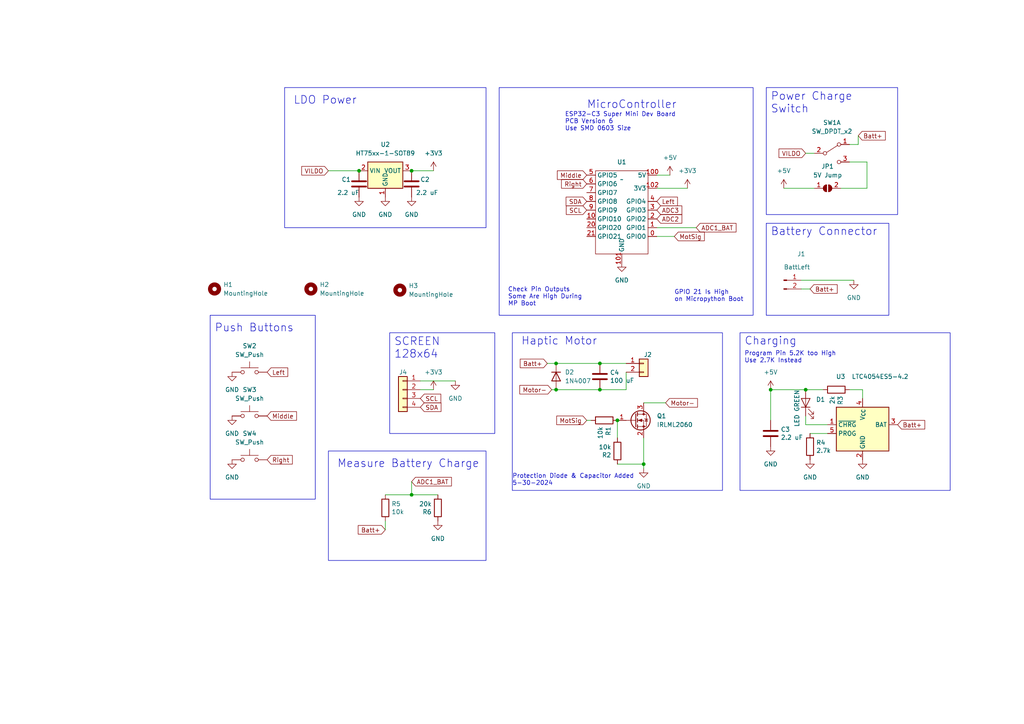
<source format=kicad_sch>
(kicad_sch (version 20230121) (generator eeschema)
  (paper "A4")
  (lib_symbols
    (symbol "00OMesp32c-micro:ESP32-C3-Micro"
      (property "Reference" "U1" (at 0 5.08 0))
      (property "Value" "~" (at 0 0 0))
      (symbol "ESP32-C3-Micro_0_1"
        (rectangle (start -7.62 2.54) (end 7.62 -21.59))
      )
      (symbol "ESP32-C3-Micro_1_1"
        (pin input line (at 10.16 -16.51 180) (length 2.54) (name "GPIO0") (number "0"))
        (pin input line (at 10.16 -13.97 180) (length 2.54) (name "GPIO1") (number "1"))
        (pin input line (at -10.16 -11.43 0) (length 2.54) (name "GPIO10") (number "10"))
        (pin input line (at 10.16 1.27 180) (length 2.54) (name "5V") (number "100"))
        (pin input line (at 0 -24.13 90) (length 2.54) (name "GND") (number "101"))
        (pin input line (at 10.16 -2.54 180) (length 2.54) (name "3V3") (number "102"))
        (pin input line (at 10.16 -11.43 180) (length 2.54) (name "GPIO2") (number "2"))
        (pin input line (at -10.16 -13.97 0) (length 2.54) (name "GPIO20") (number "20"))
        (pin input line (at -10.16 -16.51 0) (length 2.54) (name "GPIO21") (number "21"))
        (pin input line (at 10.16 -8.89 180) (length 2.54) (name "GPIO3") (number "3"))
        (pin input line (at 10.16 -6.35 180) (length 2.54) (name "GPIO4") (number "4"))
        (pin input line (at -10.16 1.27 0) (length 2.54) (name "GPIO5") (number "5"))
        (pin input line (at -10.16 -1.27 0) (length 2.54) (name "GPIO6") (number "6"))
        (pin input line (at -10.16 -3.81 0) (length 2.54) (name "GPIO7") (number "7"))
        (pin input line (at -10.16 -6.35 0) (length 2.54) (name "GPIO8") (number "8"))
        (pin input line (at -10.16 -8.89 0) (length 2.54) (name "GPIO9") (number "9"))
      )
    )
    (symbol "Battery_Management:LTC4054ES5-4.2"
      (property "Reference" "U" (at -5.842 6.604 0))
      (property "Value" "LTC4054ES5-4.2" (at 1.524 6.604 0))
      (symbol "LTC4054ES5-4.2_0_1"
        (rectangle (start -7.62 5.08) (end 7.62 -7.62) (stroke (width 0.254)) (fill (type background)))
      )
      (symbol "LTC4054ES5-4.2_1_1"
        (pin open_collector line (at -10.16 0 0) (length 2.54) (name "~{CHRG}") (number "1"))
        (pin power_in line (at 0 -10.16 90) (length 2.54) (name "GND") (number "2"))
        (pin power_out line (at 10.16 0 180) (length 2.54) (name "BAT") (number "3"))
        (pin power_in line (at 0 7.62 270) (length 2.54) (name "V_{CC}") (number "4"))
        (pin bidirectional line (at -10.16 -2.54 0) (length 2.54) (name "PROG") (number "5"))
      )
    )
    (symbol "Connector:Conn_01x02_Pin" (pin_names (offset 1.016) hide)
      (property "Reference" "J" (at 0 2.54 0))
      (property "Value" "Conn_01x02_Pin" (at 0 -5.08 0))
      (symbol "Conn_01x02_Pin_1_1"
        (polyline (pts (xy 1.27 -2.54) (xy 0.8636 -2.54)) (stroke (width 0.1524)))
        (polyline (pts (xy 1.27 0) (xy 0.8636 0)) (stroke (width 0.1524)))
        (rectangle (start 0.8636 -2.413) (end 0 -2.667) (stroke (width 0.1524)) (fill (type outline)))
        (rectangle (start 0.8636 0.127) (end 0 -0.127) (stroke (width 0.1524)) (fill (type outline)))
        (pin passive line (at 5.08 0 180) (length 3.81) (name "Pin_1") (number "1"))
        (pin passive line (at 5.08 -2.54 180) (length 3.81) (name "Pin_2") (number "2"))
      )
    )
    (symbol "Connector_Generic:Conn_01x02" (pin_names (offset 1.016) hide)
      (property "Reference" "J" (at 0 2.54 0))
      (property "Value" "Conn_01x02" (at 0 -5.08 0))
      (symbol "Conn_01x02_1_1"
        (rectangle (start -1.27 -2.413) (end 0 -2.667) (stroke (width 0.1524)))
        (rectangle (start -1.27 0.127) (end 0 -0.127) (stroke (width 0.1524)))
        (rectangle (start -1.27 1.27) (end 1.27 -3.81) (stroke (width 0.254)) (fill (type background)))
        (pin passive line (at -5.08 0 0) (length 3.81) (name "Pin_1") (number "1"))
        (pin passive line (at -5.08 -2.54 0) (length 3.81) (name "Pin_2") (number "2"))
      )
    )
    (symbol "Connector_Generic:Conn_01x04" (pin_names (offset 1.016) hide)
      (property "Reference" "J" (at 0 5.08 0))
      (property "Value" "Conn_01x04" (at 0 -7.62 0))
      (symbol "Conn_01x04_1_1"
        (rectangle (start -1.27 -4.953) (end 0 -5.207) (stroke (width 0.1524)))
        (rectangle (start -1.27 -2.413) (end 0 -2.667) (stroke (width 0.1524)))
        (rectangle (start -1.27 0.127) (end 0 -0.127) (stroke (width 0.1524)))
        (rectangle (start -1.27 2.667) (end 0 2.413) (stroke (width 0.1524)))
        (rectangle (start -1.27 3.81) (end 1.27 -6.35) (stroke (width 0.254)) (fill (type background)))
        (pin passive line (at -5.08 2.54 0) (length 3.81) (name "Pin_1") (number "1"))
        (pin passive line (at -5.08 0 0) (length 3.81) (name "Pin_2") (number "2"))
        (pin passive line (at -5.08 -2.54 0) (length 3.81) (name "Pin_3") (number "3"))
        (pin passive line (at -5.08 -5.08 0) (length 3.81) (name "Pin_4") (number "4"))
      )
    )
    (symbol "Device:C" (pin_numbers hide) (pin_names (offset 0.254))
      (property "Reference" "C" (at 0.635 2.54 0))
      (property "Value" "C" (at 0.635 -2.54 0))
      (symbol "C_0_1"
        (polyline (pts (xy -2.032 -0.762) (xy 2.032 -0.762)) (stroke (width 0.508)))
        (polyline (pts (xy -2.032 0.762) (xy 2.032 0.762)) (stroke (width 0.508)))
      )
      (symbol "C_1_1"
        (pin passive line (at 0 3.81 270) (length 2.794) (name "~") (number "1"))
        (pin passive line (at 0 -3.81 90) (length 2.794) (name "~") (number "2"))
      )
    )
    (symbol "Device:LED" (pin_numbers hide) (pin_names (offset 1.016) hide)
      (property "Reference" "D" (at 0 2.54 0))
      (property "Value" "LED" (at 0 -2.54 0))
      (symbol "LED_0_1"
        (polyline (pts (xy -1.27 -1.27) (xy -1.27 1.27)) (stroke (width 0.2032)))
        (polyline (pts (xy -1.27 0) (xy 1.27 0)))
        (polyline (pts (xy 1.27 -1.27) (xy 1.27 1.27) (xy -1.27 0) (xy 1.27 -1.27)) (stroke (width 0.2032)))
        (polyline (pts (xy -3.048 -0.762) (xy -4.572 -2.286) (xy -3.81 -2.286) (xy -4.572 -2.286) (xy -4.572 -1.524)))
        (polyline (pts (xy -1.778 -0.762) (xy -3.302 -2.286) (xy -2.54 -2.286) (xy -3.302 -2.286) (xy -3.302 -1.524)))
      )
      (symbol "LED_1_1"
        (pin passive line (at -3.81 0 0) (length 2.54) (name "K") (number "1"))
        (pin passive line (at 3.81 0 180) (length 2.54) (name "A") (number "2"))
      )
    )
    (symbol "Device:R" (pin_numbers hide) (pin_names (offset 0))
      (property "Reference" "R" (at 2.032 0 90))
      (property "Value" "R" (at 0 0 90))
      (symbol "R_0_1"
        (rectangle (start -1.016 -2.54) (end 1.016 2.54) (stroke (width 0.254)))
      )
      (symbol "R_1_1"
        (pin passive line (at 0 3.81 270) (length 1.27) (name "~") (number "1"))
        (pin passive line (at 0 -3.81 90) (length 1.27) (name "~") (number "2"))
      )
    )
    (symbol "Diode:1N4007" (pin_numbers hide) (pin_names hide)
      (property "Reference" "D" (at 0 2.54 0))
      (property "Value" "1N4007" (at 0 -2.54 0))
      (symbol "1N4007_0_1"
        (polyline (pts (xy -1.27 1.27) (xy -1.27 -1.27)) (stroke (width 0.254)))
        (polyline (pts (xy 1.27 0) (xy -1.27 0)))
        (polyline (pts (xy 1.27 1.27) (xy 1.27 -1.27) (xy -1.27 0) (xy 1.27 1.27)) (stroke (width 0.254)))
      )
      (symbol "1N4007_1_1"
        (pin passive line (at -3.81 0 0) (length 2.54) (name "K") (number "1"))
        (pin passive line (at 3.81 0 180) (length 2.54) (name "A") (number "2"))
      )
    )
    (symbol "Jumper:SolderJumper_2_Open" (pin_names (offset 0) hide)
      (property "Reference" "JP" (at 0 2.032 0))
      (property "Value" "SolderJumper_2_Open" (at 0 -2.54 0))
      (symbol "SolderJumper_2_Open_0_1"
        (arc (start -0.254 1.016) (mid -1.2656 0) (end -0.254 -1.016))
        (arc (start -0.254 1.016) (mid -1.2656 0) (end -0.254 -1.016) (fill (type outline)))
        (polyline (pts (xy -0.254 1.016) (xy -0.254 -1.016)))
        (polyline (pts (xy 0.254 1.016) (xy 0.254 -1.016)))
        (arc (start 0.254 -1.016) (mid 1.2656 0) (end 0.254 1.016))
        (arc (start 0.254 -1.016) (mid 1.2656 0) (end 0.254 1.016) (fill (type outline)))
      )
      (symbol "SolderJumper_2_Open_1_1"
        (pin passive line (at -3.81 0 0) (length 2.54) (name "A") (number "1"))
        (pin passive line (at 3.81 0 180) (length 2.54) (name "B") (number "2"))
      )
    )
    (symbol "Mechanical:MountingHole" (pin_names (offset 1.016))
      (property "Reference" "H" (at 0 5.08 0))
      (property "Value" "MountingHole" (at 0 3.175 0))
      (symbol "MountingHole_0_1"
        (circle (center 0 0) (radius 1.27) (stroke (width 1.27)))
      )
    )
    (symbol "Regulator_Linear:HT75xx-1-SOT89"
      (property "Reference" "U" (at -5.08 -3.81 0))
      (property "Value" "HT75xx-1-SOT89" (at 0 6.35 0))
      (symbol "HT75xx-1-SOT89_0_1"
        (rectangle (start -5.08 5.08) (end 5.08 -2.54) (stroke (width 0.254)) (fill (type background)))
      )
      (symbol "HT75xx-1-SOT89_1_1"
        (pin power_in line (at 0 -5.08 90) (length 2.54) (name "GND") (number "1"))
        (pin power_in line (at -7.62 2.54 0) (length 2.54) (name "VIN") (number "2"))
        (pin power_out line (at 7.62 2.54 180) (length 2.54) (name "VOUT") (number "3"))
      )
    )
    (symbol "Switch:SW_DPDT_x2" (pin_names (offset 0) hide)
      (property "Reference" "SW" (at 0 4.318 0))
      (property "Value" "SW_DPDT_x2" (at 0 -5.08 0))
      (symbol "SW_DPDT_x2_0_0"
        (circle (center -2.032 0) (radius 0.508))
        (circle (center 2.032 -2.54) (radius 0.508))
      )
      (symbol "SW_DPDT_x2_0_1"
        (polyline (pts (xy -1.524 0.254) (xy 1.651 2.286)))
        (circle (center 2.032 2.54) (radius 0.508))
      )
      (symbol "SW_DPDT_x2_1_1"
        (pin passive line (at 5.08 2.54 180) (length 2.54) (name "A") (number "1"))
        (pin passive line (at -5.08 0 0) (length 2.54) (name "B") (number "2"))
        (pin passive line (at 5.08 -2.54 180) (length 2.54) (name "C") (number "3"))
      )
      (symbol "SW_DPDT_x2_2_1"
        (pin passive line (at 5.08 2.54 180) (length 2.54) (name "A") (number "4"))
        (pin passive line (at -5.08 0 0) (length 2.54) (name "B") (number "5"))
        (pin passive line (at 5.08 -2.54 180) (length 2.54) (name "C") (number "6"))
      )
    )
    (symbol "Switch:SW_Push" (pin_numbers hide) (pin_names (offset 1.016) hide)
      (property "Reference" "SW" (at 1.27 2.54 0))
      (property "Value" "SW_Push" (at 0 -1.524 0))
      (symbol "SW_Push_0_1"
        (circle (center -2.032 0) (radius 0.508))
        (polyline (pts (xy 0 1.27) (xy 0 3.048)))
        (polyline (pts (xy 2.54 1.27) (xy -2.54 1.27)))
        (circle (center 2.032 0) (radius 0.508))
        (pin passive line (at -5.08 0 0) (length 2.54) (name "1") (number "1"))
        (pin passive line (at 5.08 0 180) (length 2.54) (name "2") (number "2"))
      )
    )
    (symbol "Transistor_FET:IRLML2060" (pin_names hide)
      (property "Reference" "Q" (at 5.08 1.905 0))
      (property "Value" "IRLML2060" (at 5.08 0 0))
      (symbol "IRLML2060_0_1"
        (polyline (pts (xy 0.254 0) (xy -2.54 0)))
        (polyline (pts (xy 0.254 1.905) (xy 0.254 -1.905)) (stroke (width 0.254)))
        (polyline (pts (xy 0.762 -1.27) (xy 0.762 -2.286)) (stroke (width 0.254)))
        (polyline (pts (xy 0.762 0.508) (xy 0.762 -0.508)) (stroke (width 0.254)))
        (polyline (pts (xy 0.762 2.286) (xy 0.762 1.27)) (stroke (width 0.254)))
        (polyline (pts (xy 2.54 2.54) (xy 2.54 1.778)))
        (polyline (pts (xy 2.54 -2.54) (xy 2.54 0) (xy 0.762 0)))
        (polyline (pts (xy 0.762 -1.778) (xy 3.302 -1.778) (xy 3.302 1.778) (xy 0.762 1.778)))
        (polyline (pts (xy 1.016 0) (xy 2.032 0.381) (xy 2.032 -0.381) (xy 1.016 0)) (fill (type outline)))
        (polyline (pts (xy 2.794 0.508) (xy 2.921 0.381) (xy 3.683 0.381) (xy 3.81 0.254)))
        (polyline (pts (xy 3.302 0.381) (xy 2.921 -0.254) (xy 3.683 -0.254) (xy 3.302 0.381)))
        (circle (center 1.651 0) (radius 2.794) (stroke (width 0.254)))
        (circle (center 2.54 -1.778) (radius 0.254) (fill (type outline)))
        (circle (center 2.54 1.778) (radius 0.254) (fill (type outline)))
      )
      (symbol "IRLML2060_1_1"
        (pin input line (at -5.08 0 0) (length 2.54) (name "G") (number "1"))
        (pin passive line (at 2.54 -5.08 90) (length 2.54) (name "S") (number "2"))
        (pin passive line (at 2.54 5.08 270) (length 2.54) (name "D") (number "3"))
      )
    )
    (symbol "power:+3V3" (power) (pin_names (offset 0))
      (property "Value" "+3V3" (at 0 3.556 0))
      (symbol "+3V3_0_1"
        (polyline (pts (xy -0.762 1.27) (xy 0 2.54)))
        (polyline (pts (xy 0 0) (xy 0 2.54)))
        (polyline (pts (xy 0 2.54) (xy 0.762 1.27)))
      )
      (symbol "+3V3_1_1"
        (pin power_in line (at 0 0 90) (length 0) hide (name "+3V3") (number "1"))
      )
    )
    (symbol "power:+5V" (power) (pin_names (offset 0))
      (property "Value" "+5V" (at 0 3.556 0))
      (symbol "+5V_0_1"
        (polyline (pts (xy -0.762 1.27) (xy 0 2.54)))
        (polyline (pts (xy 0 0) (xy 0 2.54)))
        (polyline (pts (xy 0 2.54) (xy 0.762 1.27)))
      )
      (symbol "+5V_1_1"
        (pin power_in line (at 0 0 90) (length 0) hide (name "+5V") (number "1"))
      )
    )
    (symbol "power:GND" (power) (pin_names (offset 0))
      (property "Value" "GND" (at 0 -3.81 0))
      (symbol "GND_0_1"
        (polyline (pts (xy 0 0) (xy 0 -1.27) (xy 1.27 -1.27) (xy 0 -2.54) (xy -1.27 -1.27) (xy 0 -1.27)))
      )
      (symbol "GND_1_1"
        (pin power_in line (at 0 0 270) (length 0) hide (name "GND") (number "1"))
      )
    )
  )
  (junction (at 186.69 134.62))
  (junction (at 179.07 121.92))
  (junction (at 161.29 105.41))
  (junction (at 119.38 143.51))
  (junction (at 223.52 113.03))
  (junction (at 161.29 113.03))
  (junction (at 233.68 113.03))
  (junction (at 173.99 113.03))
  (junction (at 119.38 49.53))
  (junction (at 173.99 105.41))
  (junction (at 104.14 49.53))
  (wire (pts (xy 250.19 113.03) (xy 250.19 115.57)))
  (wire (pts (xy 195.58 68.58) (xy 190.5 68.58)))
  (wire (pts (xy 171.45 121.92) (xy 170.18 121.92)))
  (wire (pts (xy 251.46 46.99) (xy 246.38 46.99)))
  (wire (pts (xy 193.04 116.84) (xy 186.69 116.84)))
  (wire (pts (xy 179.07 127) (xy 179.07 121.92)))
  (wire (pts (xy 161.29 105.41) (xy 173.99 105.41)))
  (wire (pts (xy 179.07 134.62) (xy 186.69 134.62)))
  (wire (pts (xy 161.29 113.03) (xy 160.02 113.03)))
  (wire (pts (xy 111.76 153.67) (xy 111.76 151.13)))
  (wire (pts (xy 233.68 123.19) (xy 240.03 123.19)))
  (wire (pts (xy 119.38 143.51) (xy 127 143.51)))
  (wire (pts (xy 181.61 107.95) (xy 181.61 113.03)))
  (wire (pts (xy 234.95 83.82) (xy 232.41 83.82)))
  (wire (pts (xy 232.41 81.28) (xy 247.65 81.28)))
  (wire (pts (xy 233.68 44.45) (xy 236.22 44.45)))
  (wire (pts (xy 223.52 113.03) (xy 233.68 113.03)))
  (wire (pts (xy 186.69 135.89) (xy 186.69 134.62)))
  (wire (pts (xy 181.61 113.03) (xy 173.99 113.03)))
  (wire (pts (xy 248.92 41.91) (xy 246.38 41.91)))
  (wire (pts (xy 132.08 110.49) (xy 121.92 110.49)))
  (wire (pts (xy 173.99 105.41) (xy 181.61 105.41)))
  (wire (pts (xy 119.38 139.7) (xy 119.38 143.51)))
  (wire (pts (xy 199.39 54.61) (xy 190.5 54.61)))
  (wire (pts (xy 125.73 113.03) (xy 121.92 113.03)))
  (wire (pts (xy 95.25 49.53) (xy 104.14 49.53)))
  (wire (pts (xy 111.76 143.51) (xy 119.38 143.51)))
  (wire (pts (xy 251.46 46.99) (xy 251.46 54.61)))
  (wire (pts (xy 227.33 54.61) (xy 236.22 54.61)))
  (wire (pts (xy 186.69 134.62) (xy 186.69 127)))
  (wire (pts (xy 201.93 66.04) (xy 190.5 66.04)))
  (wire (pts (xy 248.92 39.37) (xy 248.92 41.91)))
  (wire (pts (xy 194.31 50.8) (xy 190.5 50.8)))
  (wire (pts (xy 125.73 49.53) (xy 119.38 49.53)))
  (wire (pts (xy 158.75 105.41) (xy 161.29 105.41)))
  (wire (pts (xy 233.68 113.03) (xy 238.76 113.03)))
  (wire (pts (xy 233.68 120.65) (xy 233.68 123.19)))
  (wire (pts (xy 234.95 125.73) (xy 240.03 125.73)))
  (wire (pts (xy 246.38 113.03) (xy 250.19 113.03)))
  (wire (pts (xy 173.99 113.03) (xy 161.29 113.03)))
  (wire (pts (xy 251.46 54.61) (xy 243.84 54.61)))
  (wire (pts (xy 223.52 121.92) (xy 223.52 113.03)))
  (rectangle (start 95.25 130.81) (end 140.97 162.56))
  (rectangle (start 222.25 64.77) (end 257.81 91.44))
  (rectangle (start 82.55 25.4) (end 140.97 66.04))
  (rectangle (start 148.59 96.52) (end 209.55 142.24))
  (rectangle (start 222.25 25.4) (end 260.35 62.23))
  (rectangle (start 60.96 91.44) (end 91.44 144.78))
  (rectangle (start 113.03 96.52) (end 143.51 125.73))
  (rectangle (start 214.63 96.52) (end 275.59 142.24))
  (rectangle (start 144.78 25.4) (end 218.44 91.44))
  (text "Measure Battery Charge" (at 97.79 135.89 0) (effects (font (size 2.27 2.27)) (justify left bottom)))
  (text "Check Pin Outputs\nSome Are High During\nMP Boot" (at 147.32 88.9 0) (effects (font (size 1.27 1.27)) (justify left bottom)))
  (text "Protection Diode & Capacitor Added\n5-30-2024" (at 148.59 140.97 0) (effects (font (size 1.27 1.27)) (justify left bottom)))
  (text "GPIO 21 Is High\non Micropython Boot" (at 195.58 87.63 0) (effects (font (size 1.27 1.27)) (justify left bottom)))
  (text "LDO Power" (at 85.09 30.48 0) (effects (font (size 2.27 2.27)) (justify left bottom)))
  (text "Haptic Motor" (at 151.13 100.33 0) (effects (font (size 2.27 2.27)) (justify left bottom)))
  (text "Battery Connector" (at 223.52 68.58 0) (effects (font (size 2.27 2.27)) (justify left bottom)))
  (text "Power Charge\nSwitch" (at 223.52 33.02 0) (effects (font (size 2.27 2.27)) (justify left bottom)))
  (text "Charging\n" (at 215.9 100.33 0) (effects (font (size 2.27 2.27)) (justify left bottom)))
  (text "Push Buttons" (at 62.23 96.52 0) (effects (font (size 2.27 2.27)) (justify left bottom)))
  (text "Program Pin 5.2K too High\nUse 2.7K Instead\n" (at 215.9 105.41 0) (effects (font (size 1.27 1.27)) (justify left bottom)))
  (text "SCREEN\n128x64" (at 114.3 104.14 0) (effects (font (size 2.27 2.27)) (justify left bottom)))
  (text "MicroController" (at 170.18 31.75 0) (effects (font (size 2.27 2.27)) (justify left bottom)))
  (text "ESP32-C3 Super Mini Dev Board\nPCB Version 6\nUse SMD 0603 Size" (at 163.83 38.1 0) (effects (font (size 1.27 1.27)) (justify left bottom)))
  (global_label "SDA" (shape input) (at 121.92 118.11 0) (property "Intersheetrefs" "${INTERSHEET_REFS}" (effects hide)))
  (global_label "Batt+" (shape input) (at 158.75 105.41 180) (property "Intersheetrefs" "${INTERSHEET_REFS}" (effects hide)))
  (global_label "Left" (shape input) (at 190.5 58.42 0) (property "Intersheetrefs" "${INTERSHEET_REFS}" (effects hide)))
  (global_label "SCL" (shape input) (at 121.92 115.57 0) (property "Intersheetrefs" "${INTERSHEET_REFS}" (effects hide)))
  (global_label "ADC1_BAT" (shape input) (at 119.38 139.7 0) (property "Intersheetrefs" "${INTERSHEET_REFS}" (effects hide)))
  (global_label "Middle" (shape input) (at 170.18 50.8 180) (property "Intersheetrefs" "${INTERSHEET_REFS}" (effects hide)))
  (global_label "VILDO" (shape input) (at 95.25 49.53 180) (property "Intersheetrefs" "${INTERSHEET_REFS}" (effects hide)))
  (global_label "ADC3" (shape input) (at 190.5 60.96 0) (property "Intersheetrefs" "${INTERSHEET_REFS}" (effects hide)))
  (global_label "Left" (shape input) (at 77.47 107.95 0) (property "Intersheetrefs" "${INTERSHEET_REFS}" (effects hide)))
  (global_label "Batt+" (shape input) (at 234.95 83.82 0) (property "Intersheetrefs" "${INTERSHEET_REFS}" (effects hide)))
  (global_label "MotSig" (shape input) (at 170.18 121.92 180) (property "Intersheetrefs" "${INTERSHEET_REFS}" (effects hide)))
  (global_label "Batt+" (shape input) (at 111.76 153.67 180) (property "Intersheetrefs" "${INTERSHEET_REFS}" (effects hide)))
  (global_label "ADC1_BAT" (shape input) (at 201.93 66.04 0) (property "Intersheetrefs" "${INTERSHEET_REFS}" (effects hide)))
  (global_label "Right" (shape input) (at 170.18 53.34 180) (property "Intersheetrefs" "${INTERSHEET_REFS}" (effects hide)))
  (global_label "Right" (shape input) (at 77.47 133.35 0) (property "Intersheetrefs" "${INTERSHEET_REFS}" (effects hide)))
  (global_label "Middle" (shape input) (at 77.47 120.65 0) (property "Intersheetrefs" "${INTERSHEET_REFS}" (effects hide)))
  (global_label "Motor-" (shape input) (at 193.04 116.84 0) (property "Intersheetrefs" "${INTERSHEET_REFS}" (effects hide)))
  (global_label "Batt+" (shape input) (at 248.92 39.37 0) (property "Intersheetrefs" "${INTERSHEET_REFS}" (effects hide)))
  (global_label "ADC2" (shape input) (at 190.5 63.5 0) (property "Intersheetrefs" "${INTERSHEET_REFS}" (effects hide)))
  (global_label "MotSig" (shape input) (at 195.58 68.58 0) (property "Intersheetrefs" "${INTERSHEET_REFS}" (effects hide)))
  (global_label "SDA" (shape input) (at 170.18 58.42 180) (property "Intersheetrefs" "${INTERSHEET_REFS}" (effects hide)))
  (global_label "Motor-" (shape input) (at 160.02 113.03 180) (property "Intersheetrefs" "${INTERSHEET_REFS}" (effects hide)))
  (global_label "Batt+" (shape input) (at 260.35 123.19 0) (property "Intersheetrefs" "${INTERSHEET_REFS}" (effects hide)))
  (global_label "VILDO" (shape input) (at 233.68 44.45 180) (property "Intersheetrefs" "${INTERSHEET_REFS}" (effects hide)))
  (global_label "SCL" (shape input) (at 170.18 60.96 180) (property "Intersheetrefs" "${INTERSHEET_REFS}" (effects hide)))
  (symbol (lib_id "Device:R") (at 175.26 121.92 270) (unit 1)
    (property "Reference" "R1" (at 176.4284 123.698 0) (effects (justify left)))
    (property "Value" "10k" (at 174.117 123.698 0) (effects (justify left)))
    (property "Footprint" "Resistor_SMD:R_0603_1608Metric" (effects hide))
    (property "JLCPN" "C25744" (effects hide))
  )
  (symbol (lib_id "power:GND") (at 234.95 133.35 0) (unit 1)
    (property "Reference" "#PWR08" (effects hide))
    (property "Value" "GND" (at 234.95 138.43 0))
  )
  (symbol (lib_id "Device:C") (at 223.52 125.73 180) (unit 1)
    (property "Reference" "C3" (at 226.441 124.5616 0) (effects (justify right)))
    (property "Value" "2.2 uF" (at 226.441 126.873 0) (effects (justify right)))
    (property "Footprint" "Capacitor_SMD:C_0603_1608Metric" (effects hide))
    (property "JLCPN" "C12530" (effects hide))
  )
  (symbol (lib_id "Device:R") (at 234.95 129.54 0) (unit 1)
    (property "Reference" "R4" (at 236.728 128.3716 0) (effects (justify left)))
    (property "Value" "2.7k" (at 236.728 130.683 0) (effects (justify left)))
    (property "Footprint" "Resistor_SMD:R_0603_1608Metric" (effects hide))
    (property "JLCPN" "C25905" (effects hide))
  )
  (symbol (lib_id "power:GND") (at 180.34 76.2 0) (unit 1)
    (property "Reference" "#PWR020" (effects hide))
    (property "Value" "GND" (at 180.34 81.28 0))
  )
  (symbol (lib_id "Device:LED") (at 233.68 116.84 90) (unit 1)
    (property "Reference" "D1" (at 236.6518 115.8748 90) (effects (justify right)))
    (property "Value" "LED GREEN" (at 231.14 113.03 0) (effects (justify right)))
    (property "Footprint" "LED_SMD:LED_0805_2012Metric" (effects hide))
    (property "JLCPN" "C72043" (effects hide))
  )
  (symbol (lib_id "Device:C") (at 104.14 53.34 180) (unit 1)
    (property "Reference" "C1" (at 99.06 52.07 0) (effects (justify right)))
    (property "Value" "2.2 uF" (at 97.79 55.88 0) (effects (justify right)))
    (property "Footprint" "Capacitor_SMD:C_0603_1608Metric" (effects hide))
    (property "JLCPN" "C12530" (effects hide))
  )
  (symbol (lib_id "power:GND") (at 223.52 129.54 0) (unit 1)
    (property "Reference" "#PWR014" (effects hide))
    (property "Value" "GND" (at 223.52 134.62 0))
  )
  (symbol (lib_id "Device:R") (at 179.07 130.81 180) (unit 1)
    (property "Reference" "R2" (at 177.292 131.9784 0) (effects (justify left)))
    (property "Value" "10k" (at 177.292 129.667 0) (effects (justify left)))
    (property "Footprint" "Resistor_SMD:R_0603_1608Metric" (effects hide))
    (property "JLCPN" "C25744" (effects hide))
  )
  (symbol (lib_id "power:GND") (at 250.19 133.35 0) (unit 1)
    (property "Reference" "#PWR012" (effects hide))
    (property "Value" "GND" (at 250.19 138.43 0))
  )
  (symbol (lib_id "power:+3V3") (at 125.73 113.03 0) (unit 1)
    (property "Reference" "#PWR05" (effects hide))
    (property "Value" "+3V3" (at 125.73 107.95 0))
  )
  (symbol (lib_id "Battery_Management:LTC4054ES5-4.2") (at 250.19 123.19 0) (unit 1)
    (property "Reference" "U3" (at 243.84 109.22 0))
    (property "Value" "LTC4054ES5-4.2" (at 255.27 109.22 0))
    (property "Footprint" "Package_TO_SOT_SMD:TSOT-23-5" (effects hide))
    (property "Datasheet" "https://www.analog.com/media/en/technical-documentation/data-sheets/405442xf.pdf" (effects hide))
  )
  (symbol (lib_id "power:GND") (at 67.31 133.35 0) (unit 1)
    (property "Reference" "#PWR017" (effects hide))
    (property "Value" "GND" (at 67.31 138.43 0))
  )
  (symbol (lib_id "power:+3V3") (at 199.39 54.61 0) (unit 1)
    (property "Reference" "#PWR021" (effects hide))
    (property "Value" "+3V3" (at 199.39 49.53 0))
  )
  (symbol (lib_id "power:GND") (at 67.31 120.65 0) (unit 1)
    (property "Reference" "#PWR016" (effects hide))
    (property "Value" "GND" (at 67.31 125.73 0))
  )
  (symbol (lib_id "power:GND") (at 119.38 57.15 0) (unit 1)
    (property "Reference" "#PWR09" (effects hide))
    (property "Value" "GND" (at 119.38 62.23 0))
  )
  (symbol (lib_id "Mechanical:MountingHole") (at 90.17 83.82 0) (unit 1)
    (property "Reference" "H2" (at 92.71 82.55 0) (effects (justify left)))
    (property "Value" "MountingHole" (at 92.71 85.09 0) (effects (justify left)))
    (property "Footprint" "MountingHole:MountingHole_2.5mm" (effects hide))
  )
  (symbol (lib_id "Connector_Generic:Conn_01x02") (at 186.69 105.41 0) (unit 1)
    (property "Reference" "J2" (at 186.69 102.87 0) (effects (justify left)))
    (property "Value" "Conn_01x02" (effects hide))
    (property "Footprint" "Connector_PinHeader_2.00mm:PinHeader_1x02_P2.00mm_Vertical" (effects hide))
  )
  (symbol (lib_id "power:GND") (at 67.31 107.95 0) (unit 1)
    (property "Reference" "#PWR015" (effects hide))
    (property "Value" "GND" (at 67.31 113.03 0))
  )
  (symbol (lib_id "Device:C") (at 119.38 53.34 180) (unit 1)
    (property "Reference" "C2" (at 121.92 52.07 0) (effects (justify right)))
    (property "Value" "2.2 uF" (at 120.65 55.88 0) (effects (justify right)))
    (property "Footprint" "Capacitor_SMD:C_0603_1608Metric" (effects hide))
    (property "JLCPN" "C12530" (effects hide))
  )
  (symbol (lib_id "Connector:Conn_01x02_Pin") (at 227.33 81.28 0) (unit 1)
    (property "Reference" "J1" (at 232.41 73.66 0))
    (property "Value" "BattLeft" (at 231.14 77.47 0))
    (property "Footprint" "Connector_JST:JST_EH_S2B-EH_1x02_P2.50mm_Horizontal" (effects hide))
  )
  (symbol (lib_id "Mechanical:MountingHole") (at 115.9802 84.145 0) (unit 1)
    (property "Reference" "H3" (at 118.5202 82.875 0) (effects (justify left)))
    (property "Value" "MountingHole" (at 118.5202 85.415 0) (effects (justify left)))
    (property "Footprint" "MountingHole:MountingHole_2.5mm" (effects hide))
  )
  (symbol (lib_id "power:+5V") (at 223.52 113.03 0) (unit 1)
    (property "Reference" "#PWR013" (effects hide))
    (property "Value" "+5V" (at 223.52 107.95 0))
  )
  (symbol (lib_id "Device:C") (at 173.99 109.22 180) (unit 1)
    (property "Reference" "C4" (at 176.911 108.0516 0) (effects (justify right)))
    (property "Value" "100 uF" (at 176.911 110.363 0) (effects (justify right)))
    (property "Footprint" "Capacitor_SMD:C_0603_1608Metric" (effects hide))
    (property "JLCPN" "C12530" (effects hide))
  )
  (symbol (lib_id "Mechanical:MountingHole") (at 62.23 83.82 0) (unit 1)
    (property "Reference" "H1" (at 64.77 82.55 0) (effects (justify left)))
    (property "Value" "MountingHole" (at 64.77 85.09 0) (effects (justify left)))
    (property "Footprint" "MountingHole:MountingHole_2.5mm" (effects hide))
  )
  (symbol (lib_id "power:GND") (at 186.69 135.89 0) (unit 1)
    (property "Reference" "#PWR022" (effects hide))
    (property "Value" "GND" (at 186.69 140.97 0))
  )
  (symbol (lib_id "Switch:SW_Push") (at 72.39 107.95 0) (unit 1)
    (property "Reference" "SW2" (at 72.39 100.33 0))
    (property "Value" "SW_Push" (at 72.39 102.87 0))
    (property "Footprint" "Button_Switch_THT:SW_PUSH_6mm_H7.3mm" (effects hide))
  )
  (symbol (lib_id "Switch:SW_DPDT_x2") (at 241.3 44.45 0) (unit 1)
    (property "Reference" "SW1" (at 241.3 35.56 0))
    (property "Value" "SW_DPDT_x2" (at 241.3 38.1 0))
    (property "Footprint" "OpenMuscleDevKit:Switch3Pin" (effects hide))
  )
  (symbol (lib_id "power:GND") (at 132.08 110.49 0) (unit 1)
    (property "Reference" "#PWR018" (effects hide))
    (property "Value" "GND" (at 132.08 115.57 0))
  )
  (symbol (lib_id "Device:R") (at 242.57 113.03 270) (unit 1)
    (property "Reference" "R3" (at 243.7384 114.808 0) (effects (justify left)))
    (property "Value" "2k" (at 241.427 114.808 0) (effects (justify left)))
    (property "Footprint" "Resistor_SMD:R_0603_1608Metric" (effects hide))
    (property "JLCPN" "C4109" (effects hide))
  )
  (symbol (lib_id "Switch:SW_Push") (at 72.39 133.35 0) (unit 1)
    (property "Reference" "SW4" (at 72.39 125.73 0))
    (property "Value" "SW_Push" (at 72.39 128.27 0))
    (property "Footprint" "Button_Switch_THT:SW_PUSH_6mm_H7.3mm" (effects hide))
  )
  (symbol (lib_id "power:GND") (at 104.14 57.15 0) (unit 1)
    (property "Reference" "#PWR04" (effects hide))
    (property "Value" "GND" (at 104.14 62.23 0))
  )
  (symbol (lib_id "00OMesp32c-micro:ESP32-C3-Micro") (at 180.34 52.07 0) (unit 1)
    (property "Reference" "U1" (at 180.34 46.99 0))
    (property "Value" "~" (at 180.34 52.07 0))
    (property "Footprint" "OpenMuscleDevKit:ESP32-C3-Super Mini" (effects hide))
  )
  (symbol (lib_id "Switch:SW_Push") (at 72.39 120.65 0) (unit 1)
    (property "Reference" "SW3" (at 72.39 113.03 0))
    (property "Value" "SW_Push" (at 72.39 115.57 0))
    (property "Footprint" "Button_Switch_THT:SW_PUSH_6mm_H7.3mm" (effects hide))
  )
  (symbol (lib_id "power:GND") (at 247.65 81.28 0) (unit 1)
    (property "Reference" "#PWR01" (effects hide))
    (property "Value" "GND" (at 247.65 86.36 0))
  )
  (symbol (lib_id "Device:R") (at 127 147.32 180) (unit 1)
    (property "Reference" "R6" (at 125.222 148.4884 0) (effects (justify left)))
    (property "Value" "20k" (at 125.222 146.177 0) (effects (justify left)))
    (property "Footprint" "Resistor_SMD:R_0603_1608Metric" (effects hide))
    (property "JLCPN" "C4109" (effects hide))
  )
  (symbol (lib_id "Device:R") (at 111.76 147.32 0) (unit 1)
    (property "Reference" "R5" (at 113.538 146.1516 0) (effects (justify left)))
    (property "Value" "10k" (at 113.538 148.463 0) (effects (justify left)))
    (property "Footprint" "Resistor_SMD:R_0603_1608Metric" (effects hide))
    (property "JLCPN" "C4109" (effects hide))
  )
  (symbol (lib_id "Jumper:SolderJumper_2_Open") (at 240.03 54.61 0) (unit 1)
    (property "Reference" "JP1" (at 240.03 48.26 0))
    (property "Value" "5V Jump" (at 240.03 50.8 0))
    (property "Footprint" "Jumper:SolderJumper-2_P1.3mm_Open_Pad1.0x1.5mm" (effects hide))
  )
  (symbol (lib_id "power:+5V") (at 227.33 54.61 0) (unit 1)
    (property "Reference" "#PWR03" (effects hide))
    (property "Value" "+5V" (at 227.33 49.53 0))
  )
  (symbol (lib_id "Diode:1N4007") (at 161.29 109.22 270) (unit 1)
    (property "Reference" "D2" (at 163.83 107.95 90) (effects (justify left)))
    (property "Value" "1N4007" (at 163.83 110.49 90) (effects (justify left)))
    (property "Footprint" "Diode_SMD:D_SOD-123" (effects hide))
    (property "Datasheet" "http://www.vishay.com/docs/88503/1n4001.pdf" (effects hide))
    (property "Sim.Device" "D" (effects hide))
    (property "Sim.Pins" "1=K 2=A" (effects hide))
  )
  (symbol (lib_id "Transistor_FET:IRLML2060") (at 184.15 121.92 0) (unit 1)
    (property "Reference" "Q1" (at 190.5 120.65 0) (effects (justify left)))
    (property "Value" "IRLML2060" (at 190.5 123.19 0) (effects (justify left)))
    (property "Footprint" "Package_TO_SOT_SMD:SOT-23" (effects hide))
    (property "Datasheet" "https://www.infineon.com/dgdl/irlml2060pbf.pdf?fileId=5546d462533600a401535664b7fb25ee" (effects hide))
  )
  (symbol (lib_id "Connector_Generic:Conn_01x04") (at 116.84 113.03 0) (mirror y) (unit 1)
    (property "Reference" "J4" (at 118.11 107.95 0) (effects (justify left)))
    (property "Value" "Conn_01x04" (effects hide))
    (property "Footprint" "Connector_PinHeader_2.54mm:PinHeader_1x04_P2.54mm_Vertical" (effects hide))
  )
  (symbol (lib_id "Regulator_Linear:HT75xx-1-SOT89") (at 111.76 52.07 0) (unit 1)
    (property "Reference" "U2" (at 111.76 41.91 0))
    (property "Value" "HT75xx-1-SOT89" (at 111.76 44.45 0))
    (property "Footprint" "Package_TO_SOT_SMD:SOT-89-3" (effects hide))
    (property "Datasheet" "https://www.holtek.com/documents/10179/116711/HT75xx-1v250.pdf" (effects hide))
  )
  (symbol (lib_id "power:GND") (at 111.76 57.15 0) (unit 1)
    (property "Reference" "#PWR07" (effects hide))
    (property "Value" "GND" (at 111.76 62.23 0))
  )
  (symbol (lib_id "power:+5V") (at 194.31 50.8 0) (unit 1)
    (property "Reference" "#PWR06" (effects hide))
    (property "Value" "+5V" (at 194.31 45.72 0))
  )
  (symbol (lib_id "power:+3V3") (at 125.73 49.53 0) (unit 1)
    (property "Reference" "#PWR010" (effects hide))
    (property "Value" "+3V3" (at 125.73 44.45 0))
  )
  (symbol (lib_id "power:GND") (at 127 151.13 0) (unit 1)
    (property "Reference" "#PWR019" (effects hide))
    (property "Value" "GND" (at 127 156.21 0))
  )
)
</source>
